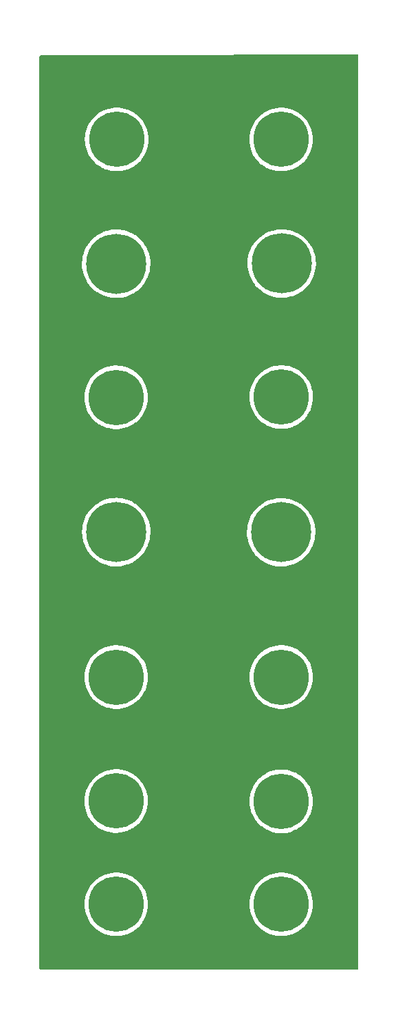
<source format=gbr>
%TF.GenerationSoftware,KiCad,Pcbnew,(6.0.7)*%
%TF.CreationDate,2022-08-19T18:02:00+02:00*%
%TF.ProjectId,faceplate,66616365-706c-4617-9465-2e6b69636164,rev?*%
%TF.SameCoordinates,Original*%
%TF.FileFunction,Copper,L1,Top*%
%TF.FilePolarity,Positive*%
%FSLAX46Y46*%
G04 Gerber Fmt 4.6, Leading zero omitted, Abs format (unit mm)*
G04 Created by KiCad (PCBNEW (6.0.7)) date 2022-08-19 18:02:00*
%MOMM*%
%LPD*%
G01*
G04 APERTURE LIST*
%TA.AperFunction,ConnectorPad*%
%ADD10C,6.400000*%
%TD*%
%TA.AperFunction,ComponentPad*%
%ADD11C,6.800000*%
%TD*%
%TA.AperFunction,ComponentPad*%
%ADD12C,7.200000*%
%TD*%
%TA.AperFunction,ConnectorPad*%
%ADD13C,7.400000*%
%TD*%
G04 APERTURE END LIST*
D10*
%TO.P,REF\u002A\u002A,1*%
%TO.N,N/C*%
X116580000Y-137050000D03*
D11*
X116580000Y-137050000D03*
%TD*%
D10*
%TO.P,REF\u002A\u002A,1*%
%TO.N,N/C*%
X136910000Y-149740000D03*
D11*
X136910000Y-149740000D03*
%TD*%
D10*
%TO.P,REF\u002A\u002A,1*%
%TO.N,N/C*%
X116590000Y-149740000D03*
D11*
X116590000Y-149740000D03*
%TD*%
D10*
%TO.P,REF\u002A\u002A,1*%
%TO.N,N/C*%
X136920000Y-137090000D03*
D11*
X136920000Y-137090000D03*
%TD*%
D10*
%TO.P,REF\u002A\u002A,1*%
%TO.N,N/C*%
X136910000Y-121820000D03*
D11*
X136910000Y-121820000D03*
%TD*%
D10*
%TO.P,REF\u002A\u002A,1*%
%TO.N,N/C*%
X116600000Y-121830000D03*
D11*
X116600000Y-121830000D03*
%TD*%
D12*
%TO.P,GND,1*%
%TO.N,N/C*%
X136900000Y-104030000D03*
D13*
X136900000Y-104030000D03*
%TD*%
D12*
%TO.P,GND,1*%
%TO.N,N/C*%
X116590000Y-104010000D03*
D13*
X116590000Y-104010000D03*
%TD*%
D10*
%TO.P,REF\u002A\u002A,1*%
%TO.N,N/C*%
X116580000Y-87450000D03*
D11*
X116580000Y-87450000D03*
%TD*%
D10*
%TO.P,REF\u002A\u002A,1*%
%TO.N,N/C*%
X136920000Y-87420000D03*
D11*
X136920000Y-87420000D03*
%TD*%
D10*
%TO.P,REF\u002A\u002A,1*%
%TO.N,N/C*%
X136900000Y-55760000D03*
D11*
X136900000Y-55760000D03*
%TD*%
D10*
%TO.P,REF\u002A\u002A,1*%
%TO.N,N/C*%
X116640000Y-55760000D03*
D11*
X116640000Y-55760000D03*
%TD*%
D12*
%TO.P,GND,1*%
%TO.N,N/C*%
X116580000Y-71030000D03*
D13*
X116580000Y-71030000D03*
%TD*%
D12*
%TO.P,GND,1*%
%TO.N,N/C*%
X136980000Y-71010000D03*
D13*
X136980000Y-71010000D03*
%TD*%
%TA.AperFunction,NonConductor*%
G36*
X146365229Y-45351569D02*
G01*
X146411868Y-45405098D01*
X146423397Y-45457752D01*
X146423397Y-157626004D01*
X146403395Y-157694125D01*
X146349739Y-157740618D01*
X146297296Y-157752004D01*
X107266454Y-157720498D01*
X107198351Y-157700441D01*
X107151901Y-157646748D01*
X107140557Y-157594498D01*
X107140557Y-149726339D01*
X112676501Y-149726339D01*
X112676651Y-149729520D01*
X112678514Y-149769014D01*
X112695155Y-150121893D01*
X112753686Y-150513537D01*
X112851496Y-150897260D01*
X112987583Y-151269135D01*
X113160554Y-151625354D01*
X113368637Y-151962270D01*
X113609702Y-152276432D01*
X113611884Y-152278748D01*
X113611893Y-152278758D01*
X113879091Y-152562300D01*
X113881282Y-152564625D01*
X113883687Y-152566709D01*
X113883693Y-152566714D01*
X114178188Y-152821813D01*
X114180595Y-152823898D01*
X114504576Y-153051596D01*
X114849910Y-153245389D01*
X114852824Y-153246656D01*
X114852828Y-153246658D01*
X114887839Y-153261881D01*
X115213060Y-153403291D01*
X115392788Y-153460650D01*
X115587263Y-153522715D01*
X115587271Y-153522717D01*
X115590307Y-153523686D01*
X115641965Y-153534572D01*
X115974671Y-153604684D01*
X115974676Y-153604685D01*
X115977790Y-153605341D01*
X116371541Y-153647421D01*
X116374728Y-153647438D01*
X116374734Y-153647438D01*
X116554648Y-153648380D01*
X116767529Y-153649494D01*
X116873621Y-153639279D01*
X117158515Y-153611847D01*
X117158523Y-153611846D01*
X117161699Y-153611540D01*
X117550016Y-153533947D01*
X117841054Y-153444412D01*
X117925462Y-153418445D01*
X117925465Y-153418444D01*
X117928504Y-153417509D01*
X117931432Y-153416272D01*
X117931438Y-153416270D01*
X118095773Y-153346851D01*
X118293287Y-153263418D01*
X118296090Y-153261884D01*
X118296095Y-153261881D01*
X118445623Y-153180017D01*
X118640631Y-153073253D01*
X118966979Y-152848960D01*
X119268991Y-152592835D01*
X119271196Y-152590543D01*
X119271202Y-152590538D01*
X119383187Y-152474168D01*
X119543573Y-152307502D01*
X119787915Y-151995881D01*
X119810885Y-151959547D01*
X119997806Y-151663866D01*
X119999515Y-151661163D01*
X120176207Y-151306775D01*
X120316180Y-150936346D01*
X120327402Y-150894173D01*
X120417182Y-150556752D01*
X120418003Y-150553667D01*
X120480633Y-150162658D01*
X120482802Y-150125052D01*
X120503330Y-149769014D01*
X120503428Y-149767321D01*
X120503523Y-149740000D01*
X120502831Y-149726339D01*
X132996501Y-149726339D01*
X132996651Y-149729520D01*
X132998514Y-149769014D01*
X133015155Y-150121893D01*
X133073686Y-150513537D01*
X133171496Y-150897260D01*
X133307583Y-151269135D01*
X133480554Y-151625354D01*
X133688637Y-151962270D01*
X133929702Y-152276432D01*
X133931884Y-152278748D01*
X133931893Y-152278758D01*
X134199091Y-152562300D01*
X134201282Y-152564625D01*
X134203687Y-152566709D01*
X134203693Y-152566714D01*
X134498188Y-152821813D01*
X134500595Y-152823898D01*
X134824576Y-153051596D01*
X135169910Y-153245389D01*
X135172824Y-153246656D01*
X135172828Y-153246658D01*
X135207839Y-153261881D01*
X135533060Y-153403291D01*
X135712788Y-153460650D01*
X135907263Y-153522715D01*
X135907271Y-153522717D01*
X135910307Y-153523686D01*
X135961965Y-153534572D01*
X136294671Y-153604684D01*
X136294676Y-153604685D01*
X136297790Y-153605341D01*
X136691541Y-153647421D01*
X136694728Y-153647438D01*
X136694734Y-153647438D01*
X136874648Y-153648380D01*
X137087529Y-153649494D01*
X137193621Y-153639279D01*
X137478515Y-153611847D01*
X137478523Y-153611846D01*
X137481699Y-153611540D01*
X137870016Y-153533947D01*
X138161054Y-153444412D01*
X138245462Y-153418445D01*
X138245465Y-153418444D01*
X138248504Y-153417509D01*
X138251432Y-153416272D01*
X138251438Y-153416270D01*
X138415773Y-153346851D01*
X138613287Y-153263418D01*
X138616090Y-153261884D01*
X138616095Y-153261881D01*
X138765623Y-153180017D01*
X138960631Y-153073253D01*
X139286979Y-152848960D01*
X139588991Y-152592835D01*
X139591196Y-152590543D01*
X139591202Y-152590538D01*
X139703187Y-152474168D01*
X139863573Y-152307502D01*
X140107915Y-151995881D01*
X140130885Y-151959547D01*
X140317806Y-151663866D01*
X140319515Y-151661163D01*
X140496207Y-151306775D01*
X140636180Y-150936346D01*
X140647402Y-150894173D01*
X140737182Y-150556752D01*
X140738003Y-150553667D01*
X140800633Y-150162658D01*
X140802802Y-150125052D01*
X140823330Y-149769014D01*
X140823428Y-149767321D01*
X140823523Y-149740000D01*
X140803489Y-149344514D01*
X140743590Y-148953077D01*
X140644441Y-148569697D01*
X140640758Y-148559741D01*
X140508166Y-148201296D01*
X140508163Y-148201290D01*
X140507057Y-148198299D01*
X140332844Y-147842686D01*
X140327196Y-147833611D01*
X140125272Y-147509208D01*
X140123586Y-147506499D01*
X139881426Y-147193180D01*
X139608842Y-146905937D01*
X139308626Y-146647710D01*
X138983851Y-146421144D01*
X138637843Y-146228559D01*
X138634923Y-146227301D01*
X138634918Y-146227299D01*
X138277078Y-146073188D01*
X138277075Y-146073187D01*
X138274145Y-146071925D01*
X137896479Y-145952848D01*
X137621004Y-145895799D01*
X137511839Y-145873192D01*
X137511836Y-145873192D01*
X137508714Y-145872545D01*
X137204783Y-145841137D01*
X137117974Y-145832166D01*
X137117971Y-145832166D01*
X137114818Y-145831840D01*
X137111652Y-145831834D01*
X137111643Y-145831834D01*
X136916080Y-145831493D01*
X136718825Y-145831149D01*
X136324790Y-145870479D01*
X136321655Y-145871117D01*
X136321654Y-145871117D01*
X136314635Y-145872545D01*
X135936746Y-145949428D01*
X135558668Y-146067186D01*
X135194424Y-146222549D01*
X134847746Y-146413925D01*
X134522183Y-146639356D01*
X134221067Y-146896533D01*
X133947482Y-147182823D01*
X133704230Y-147495295D01*
X133702534Y-147497999D01*
X133702531Y-147498003D01*
X133695502Y-147509208D01*
X133493799Y-147830750D01*
X133318346Y-148185753D01*
X133179666Y-148556668D01*
X133079180Y-148939700D01*
X133078687Y-148942849D01*
X133078685Y-148942858D01*
X133077085Y-148953077D01*
X133017916Y-149330925D01*
X132996501Y-149726339D01*
X120502831Y-149726339D01*
X120483489Y-149344514D01*
X120423590Y-148953077D01*
X120324441Y-148569697D01*
X120320758Y-148559741D01*
X120188166Y-148201296D01*
X120188163Y-148201290D01*
X120187057Y-148198299D01*
X120012844Y-147842686D01*
X120007196Y-147833611D01*
X119805272Y-147509208D01*
X119803586Y-147506499D01*
X119561426Y-147193180D01*
X119288842Y-146905937D01*
X118988626Y-146647710D01*
X118663851Y-146421144D01*
X118317843Y-146228559D01*
X118314923Y-146227301D01*
X118314918Y-146227299D01*
X117957078Y-146073188D01*
X117957075Y-146073187D01*
X117954145Y-146071925D01*
X117576479Y-145952848D01*
X117301004Y-145895799D01*
X117191839Y-145873192D01*
X117191836Y-145873192D01*
X117188714Y-145872545D01*
X116884783Y-145841137D01*
X116797974Y-145832166D01*
X116797971Y-145832166D01*
X116794818Y-145831840D01*
X116791652Y-145831834D01*
X116791643Y-145831834D01*
X116596080Y-145831493D01*
X116398825Y-145831149D01*
X116004790Y-145870479D01*
X116001655Y-145871117D01*
X116001654Y-145871117D01*
X115994635Y-145872545D01*
X115616746Y-145949428D01*
X115238668Y-146067186D01*
X114874424Y-146222549D01*
X114527746Y-146413925D01*
X114202183Y-146639356D01*
X113901067Y-146896533D01*
X113627482Y-147182823D01*
X113384230Y-147495295D01*
X113382534Y-147497999D01*
X113382531Y-147498003D01*
X113375502Y-147509208D01*
X113173799Y-147830750D01*
X112998346Y-148185753D01*
X112859666Y-148556668D01*
X112759180Y-148939700D01*
X112758687Y-148942849D01*
X112758685Y-148942858D01*
X112757085Y-148953077D01*
X112697916Y-149330925D01*
X112676501Y-149726339D01*
X107140557Y-149726339D01*
X107140557Y-137036339D01*
X112666501Y-137036339D01*
X112666651Y-137039520D01*
X112668514Y-137079014D01*
X112685155Y-137431893D01*
X112743686Y-137823537D01*
X112841496Y-138207260D01*
X112977583Y-138579135D01*
X113150554Y-138935354D01*
X113358637Y-139272270D01*
X113599702Y-139586432D01*
X113601884Y-139588748D01*
X113601893Y-139588758D01*
X113668845Y-139659805D01*
X113871282Y-139874625D01*
X113873687Y-139876709D01*
X113873693Y-139876714D01*
X113952405Y-139944896D01*
X114170595Y-140133898D01*
X114494576Y-140361596D01*
X114839910Y-140555389D01*
X114842824Y-140556656D01*
X114842828Y-140556658D01*
X114877839Y-140571881D01*
X115203060Y-140713291D01*
X115331442Y-140754263D01*
X115577263Y-140832715D01*
X115577271Y-140832717D01*
X115580307Y-140833686D01*
X115631965Y-140844572D01*
X115964671Y-140914684D01*
X115964676Y-140914685D01*
X115967790Y-140915341D01*
X116361541Y-140957421D01*
X116364728Y-140957438D01*
X116364734Y-140957438D01*
X116544648Y-140958380D01*
X116757529Y-140959494D01*
X116863621Y-140949279D01*
X117148515Y-140921847D01*
X117148523Y-140921846D01*
X117151699Y-140921540D01*
X117540016Y-140843947D01*
X117838836Y-140752018D01*
X117915462Y-140728445D01*
X117915465Y-140728444D01*
X117918504Y-140727509D01*
X117921432Y-140726272D01*
X117921438Y-140726270D01*
X118188594Y-140613418D01*
X118283287Y-140573418D01*
X118286090Y-140571884D01*
X118286095Y-140571881D01*
X118560879Y-140421441D01*
X118630631Y-140383253D01*
X118956979Y-140158960D01*
X118988990Y-140131813D01*
X119256561Y-139904896D01*
X119256563Y-139904894D01*
X119258991Y-139902835D01*
X119261196Y-139900543D01*
X119261202Y-139900538D01*
X119373187Y-139784168D01*
X119533573Y-139617502D01*
X119777915Y-139305881D01*
X119800885Y-139269547D01*
X119985147Y-138978072D01*
X119989515Y-138971163D01*
X120166207Y-138616775D01*
X120292228Y-138283269D01*
X120305056Y-138249321D01*
X120305057Y-138249318D01*
X120306180Y-138246346D01*
X120317402Y-138204173D01*
X120407182Y-137866752D01*
X120408003Y-137863667D01*
X120408529Y-137860389D01*
X120470128Y-137475809D01*
X120470633Y-137472658D01*
X120472802Y-137435052D01*
X120491024Y-137119014D01*
X120493428Y-137077321D01*
X120493432Y-137076339D01*
X133006501Y-137076339D01*
X133006651Y-137079520D01*
X133023418Y-137435052D01*
X133025155Y-137471893D01*
X133083686Y-137863537D01*
X133084472Y-137866619D01*
X133084472Y-137866621D01*
X133172063Y-138210251D01*
X133181496Y-138247260D01*
X133278051Y-138511109D01*
X133315630Y-138613797D01*
X133317583Y-138619135D01*
X133490554Y-138975354D01*
X133610161Y-139169015D01*
X133696238Y-139308385D01*
X133698637Y-139312270D01*
X133700581Y-139314803D01*
X133932850Y-139617502D01*
X133939702Y-139626432D01*
X133941884Y-139628748D01*
X133941893Y-139628758D01*
X134171397Y-139872300D01*
X134211282Y-139914625D01*
X134213687Y-139916709D01*
X134213693Y-139916714D01*
X134462011Y-140131813D01*
X134510595Y-140173898D01*
X134834576Y-140401596D01*
X134875909Y-140424791D01*
X135105857Y-140553832D01*
X135179910Y-140595389D01*
X135182824Y-140596656D01*
X135182828Y-140596658D01*
X135217839Y-140611881D01*
X135543060Y-140753291D01*
X135722788Y-140810650D01*
X135917263Y-140872715D01*
X135917271Y-140872717D01*
X135920307Y-140873686D01*
X135971965Y-140884572D01*
X136304671Y-140954684D01*
X136304676Y-140954685D01*
X136307790Y-140955341D01*
X136701541Y-140997421D01*
X136704728Y-140997438D01*
X136704734Y-140997438D01*
X136884648Y-140998380D01*
X137097529Y-140999494D01*
X137203621Y-140989279D01*
X137488515Y-140961847D01*
X137488523Y-140961846D01*
X137491699Y-140961540D01*
X137880016Y-140883947D01*
X138171054Y-140794412D01*
X138255462Y-140768445D01*
X138255465Y-140768444D01*
X138258504Y-140767509D01*
X138261432Y-140766272D01*
X138261438Y-140766270D01*
X138425773Y-140696851D01*
X138623287Y-140613418D01*
X138626090Y-140611884D01*
X138626095Y-140611881D01*
X138775623Y-140530017D01*
X138970631Y-140423253D01*
X139296979Y-140198960D01*
X139371540Y-140135728D01*
X139596561Y-139944896D01*
X139596563Y-139944894D01*
X139598991Y-139942835D01*
X139601196Y-139940543D01*
X139601202Y-139940538D01*
X139713187Y-139824168D01*
X139873573Y-139657502D01*
X140117915Y-139345881D01*
X140140885Y-139309547D01*
X140327806Y-139013866D01*
X140329515Y-139011163D01*
X140506207Y-138656775D01*
X140646180Y-138286346D01*
X140657402Y-138244173D01*
X140747182Y-137906752D01*
X140748003Y-137903667D01*
X140810633Y-137512658D01*
X140812802Y-137475052D01*
X140833330Y-137119014D01*
X140833428Y-137117321D01*
X140833523Y-137090000D01*
X140832967Y-137079014D01*
X140813650Y-136697687D01*
X140813649Y-136697682D01*
X140813489Y-136694514D01*
X140753590Y-136303077D01*
X140654441Y-135919697D01*
X140650758Y-135909741D01*
X140518166Y-135551296D01*
X140518163Y-135551290D01*
X140517057Y-135548299D01*
X140342844Y-135192686D01*
X140337196Y-135183611D01*
X140135272Y-134859208D01*
X140133586Y-134856499D01*
X139891426Y-134543180D01*
X139879408Y-134530516D01*
X139621041Y-134258254D01*
X139621038Y-134258252D01*
X139618842Y-134255937D01*
X139569914Y-134213852D01*
X139321041Y-133999787D01*
X139321038Y-133999785D01*
X139318626Y-133997710D01*
X138993851Y-133771144D01*
X138647843Y-133578559D01*
X138644923Y-133577301D01*
X138644918Y-133577299D01*
X138287078Y-133423188D01*
X138287075Y-133423187D01*
X138284145Y-133421925D01*
X137906479Y-133302848D01*
X137631004Y-133245799D01*
X137521839Y-133223192D01*
X137521836Y-133223192D01*
X137518714Y-133222545D01*
X137214783Y-133191137D01*
X137127974Y-133182166D01*
X137127971Y-133182166D01*
X137124818Y-133181840D01*
X137121652Y-133181834D01*
X137121643Y-133181834D01*
X136926080Y-133181493D01*
X136728825Y-133181149D01*
X136334790Y-133220479D01*
X136331655Y-133221117D01*
X136331654Y-133221117D01*
X136324635Y-133222545D01*
X135946746Y-133299428D01*
X135568668Y-133417186D01*
X135204424Y-133572549D01*
X134857746Y-133763925D01*
X134532183Y-133989356D01*
X134283577Y-134201685D01*
X134264178Y-134218254D01*
X134231067Y-134246533D01*
X133957482Y-134532823D01*
X133955525Y-134535336D01*
X133955524Y-134535338D01*
X133738612Y-134813975D01*
X133714230Y-134845295D01*
X133712534Y-134847999D01*
X133712531Y-134848003D01*
X133705502Y-134859208D01*
X133503799Y-135180750D01*
X133328346Y-135535753D01*
X133189666Y-135906668D01*
X133089180Y-136289700D01*
X133088687Y-136292849D01*
X133088685Y-136292858D01*
X133087085Y-136303077D01*
X133027916Y-136680925D01*
X133006501Y-137076339D01*
X120493432Y-137076339D01*
X120493443Y-137073164D01*
X120493517Y-137051697D01*
X120493523Y-137050000D01*
X120475516Y-136694514D01*
X120473650Y-136657687D01*
X120473649Y-136657682D01*
X120473489Y-136654514D01*
X120443898Y-136461138D01*
X120414074Y-136266237D01*
X120414072Y-136266228D01*
X120413590Y-136263077D01*
X120391324Y-136176979D01*
X120315238Y-135882777D01*
X120315235Y-135882769D01*
X120314441Y-135879697D01*
X120310758Y-135869741D01*
X120178166Y-135511296D01*
X120178163Y-135511290D01*
X120177057Y-135508299D01*
X120002844Y-135152686D01*
X119997196Y-135143611D01*
X119816913Y-134853975D01*
X119793586Y-134816499D01*
X119584293Y-134545705D01*
X119553378Y-134505705D01*
X119553373Y-134505700D01*
X119551426Y-134503180D01*
X119539408Y-134490516D01*
X119281041Y-134218254D01*
X119281038Y-134218252D01*
X119278842Y-134215937D01*
X118978626Y-133957710D01*
X118653851Y-133731144D01*
X118307843Y-133538559D01*
X118304923Y-133537301D01*
X118304918Y-133537299D01*
X117947078Y-133383188D01*
X117947075Y-133383187D01*
X117944145Y-133381925D01*
X117566479Y-133262848D01*
X117291004Y-133205799D01*
X117181839Y-133183192D01*
X117181836Y-133183192D01*
X117178714Y-133182545D01*
X116874783Y-133151137D01*
X116787974Y-133142166D01*
X116787971Y-133142166D01*
X116784818Y-133141840D01*
X116781652Y-133141834D01*
X116781643Y-133141834D01*
X116586080Y-133141493D01*
X116388825Y-133141149D01*
X115994790Y-133180479D01*
X115991655Y-133181117D01*
X115991654Y-133181117D01*
X115984635Y-133182545D01*
X115606746Y-133259428D01*
X115228668Y-133377186D01*
X114864424Y-133532549D01*
X114517746Y-133723925D01*
X114192183Y-133949356D01*
X113891067Y-134206533D01*
X113617482Y-134492823D01*
X113615525Y-134495336D01*
X113615524Y-134495338D01*
X113576315Y-134545705D01*
X113374230Y-134805295D01*
X113372534Y-134807999D01*
X113372531Y-134808003D01*
X113365502Y-134819208D01*
X113163799Y-135140750D01*
X112988346Y-135495753D01*
X112987232Y-135498734D01*
X112987231Y-135498735D01*
X112972276Y-135538735D01*
X112849666Y-135866668D01*
X112749180Y-136249700D01*
X112748687Y-136252849D01*
X112748685Y-136252858D01*
X112701747Y-136552605D01*
X112687916Y-136640925D01*
X112687745Y-136644091D01*
X112687744Y-136644096D01*
X112684842Y-136697687D01*
X112666501Y-137036339D01*
X107140557Y-137036339D01*
X107140557Y-121816339D01*
X112686501Y-121816339D01*
X112686651Y-121819520D01*
X112704533Y-122198701D01*
X112705155Y-122211893D01*
X112763686Y-122603537D01*
X112861496Y-122987260D01*
X112958051Y-123251109D01*
X112993924Y-123349135D01*
X112997583Y-123359135D01*
X113170554Y-123715354D01*
X113378637Y-124052270D01*
X113398676Y-124078385D01*
X113613814Y-124358758D01*
X113619702Y-124366432D01*
X113621884Y-124368748D01*
X113621893Y-124368758D01*
X113879667Y-124642300D01*
X113891282Y-124654625D01*
X113893687Y-124656709D01*
X113893693Y-124656714D01*
X114176644Y-124901813D01*
X114190595Y-124913898D01*
X114514576Y-125141596D01*
X114555909Y-125164791D01*
X114844352Y-125326658D01*
X114859910Y-125335389D01*
X114862824Y-125336656D01*
X114862828Y-125336658D01*
X114878375Y-125343418D01*
X115223060Y-125493291D01*
X115402788Y-125550650D01*
X115597263Y-125612715D01*
X115597271Y-125612717D01*
X115600307Y-125613686D01*
X115651965Y-125624572D01*
X115984671Y-125694684D01*
X115984676Y-125694685D01*
X115987790Y-125695341D01*
X116381541Y-125737421D01*
X116384728Y-125737438D01*
X116384734Y-125737438D01*
X116564648Y-125738380D01*
X116777529Y-125739494D01*
X116902913Y-125727421D01*
X117168515Y-125701847D01*
X117168523Y-125701846D01*
X117171699Y-125701540D01*
X117560016Y-125623947D01*
X117851054Y-125534412D01*
X117935462Y-125508445D01*
X117935465Y-125508444D01*
X117938504Y-125507509D01*
X117941432Y-125506272D01*
X117941438Y-125506270D01*
X118105773Y-125436851D01*
X118303287Y-125353418D01*
X118306090Y-125351884D01*
X118306095Y-125351881D01*
X118455623Y-125270017D01*
X118650631Y-125163253D01*
X118976979Y-124938960D01*
X118988771Y-124928960D01*
X119276561Y-124684896D01*
X119276563Y-124684894D01*
X119278991Y-124682835D01*
X119281196Y-124680543D01*
X119281202Y-124680538D01*
X119393187Y-124564168D01*
X119553573Y-124397502D01*
X119797915Y-124085881D01*
X119805941Y-124073186D01*
X120007806Y-123753866D01*
X120009515Y-123751163D01*
X120186207Y-123396775D01*
X120326180Y-123026346D01*
X120337402Y-122984173D01*
X120427182Y-122646752D01*
X120428003Y-122643667D01*
X120430110Y-122630517D01*
X120490128Y-122255809D01*
X120490633Y-122252658D01*
X120491394Y-122239472D01*
X120513330Y-121859014D01*
X120513428Y-121857321D01*
X120513523Y-121830000D01*
X120513103Y-121821697D01*
X120512325Y-121806339D01*
X132996501Y-121806339D01*
X132996651Y-121809520D01*
X132998514Y-121849014D01*
X133015155Y-122201893D01*
X133073686Y-122593537D01*
X133074472Y-122596619D01*
X133074472Y-122596621D01*
X133075433Y-122600389D01*
X133171496Y-122977260D01*
X133307583Y-123349135D01*
X133480554Y-123705354D01*
X133688637Y-124042270D01*
X133929702Y-124356432D01*
X133931884Y-124358748D01*
X133931893Y-124358758D01*
X134199091Y-124642300D01*
X134201282Y-124644625D01*
X134203687Y-124646709D01*
X134203693Y-124646714D01*
X134247772Y-124684896D01*
X134500595Y-124903898D01*
X134824576Y-125131596D01*
X135169910Y-125325389D01*
X135172824Y-125326656D01*
X135172828Y-125326658D01*
X135192908Y-125335389D01*
X135533060Y-125483291D01*
X135712788Y-125540650D01*
X135907263Y-125602715D01*
X135907271Y-125602717D01*
X135910307Y-125603686D01*
X136006453Y-125623947D01*
X136294671Y-125684684D01*
X136294676Y-125684685D01*
X136297790Y-125685341D01*
X136691541Y-125727421D01*
X136694728Y-125727438D01*
X136694734Y-125727438D01*
X136874648Y-125728380D01*
X137087529Y-125729494D01*
X137193621Y-125719279D01*
X137478515Y-125691847D01*
X137478523Y-125691846D01*
X137481699Y-125691540D01*
X137870016Y-125613947D01*
X138212956Y-125508445D01*
X138245462Y-125498445D01*
X138245465Y-125498444D01*
X138248504Y-125497509D01*
X138251432Y-125496272D01*
X138251438Y-125496270D01*
X138415773Y-125426851D01*
X138613287Y-125343418D01*
X138616090Y-125341884D01*
X138616095Y-125341881D01*
X138939556Y-125164791D01*
X138960631Y-125153253D01*
X139286979Y-124928960D01*
X139302582Y-124915728D01*
X139586561Y-124674896D01*
X139586563Y-124674894D01*
X139588991Y-124672835D01*
X139591196Y-124670543D01*
X139591202Y-124670538D01*
X139703187Y-124554168D01*
X139863573Y-124387502D01*
X140107915Y-124075881D01*
X140122842Y-124052270D01*
X140317806Y-123743866D01*
X140319515Y-123741163D01*
X140496207Y-123386775D01*
X140636180Y-123016346D01*
X140643124Y-122990251D01*
X140737182Y-122636752D01*
X140738003Y-122633667D01*
X140742336Y-122606621D01*
X140776031Y-122396254D01*
X140800633Y-122242658D01*
X140802802Y-122205052D01*
X140810649Y-122068955D01*
X140823428Y-121847321D01*
X140823523Y-121820000D01*
X140804157Y-121437687D01*
X140803650Y-121427687D01*
X140803649Y-121427682D01*
X140803489Y-121424514D01*
X140745604Y-121046237D01*
X140744074Y-121036237D01*
X140744072Y-121036228D01*
X140743590Y-121033077D01*
X140647824Y-120662777D01*
X140645238Y-120652777D01*
X140645235Y-120652769D01*
X140644441Y-120649697D01*
X140643321Y-120646668D01*
X140508166Y-120281296D01*
X140508163Y-120281290D01*
X140507057Y-120278299D01*
X140337743Y-119932686D01*
X140334255Y-119925566D01*
X140334254Y-119925564D01*
X140332844Y-119922686D01*
X140329956Y-119918045D01*
X140209319Y-119724235D01*
X140123586Y-119586499D01*
X140041353Y-119480102D01*
X139883378Y-119275705D01*
X139883373Y-119275700D01*
X139881426Y-119273180D01*
X139869408Y-119260516D01*
X139611041Y-118988254D01*
X139611038Y-118988252D01*
X139608842Y-118985937D01*
X139318133Y-118735887D01*
X139311041Y-118729787D01*
X139311038Y-118729785D01*
X139308626Y-118727710D01*
X138983851Y-118501144D01*
X138653546Y-118317299D01*
X138640628Y-118310109D01*
X138640626Y-118310108D01*
X138637843Y-118308559D01*
X138634923Y-118307301D01*
X138634918Y-118307299D01*
X138277078Y-118153188D01*
X138277075Y-118153187D01*
X138274145Y-118151925D01*
X137896479Y-118032848D01*
X137555423Y-117962218D01*
X137511839Y-117953192D01*
X137511836Y-117953192D01*
X137508714Y-117952545D01*
X137204783Y-117921137D01*
X137117974Y-117912166D01*
X137117971Y-117912166D01*
X137114818Y-117911840D01*
X137111652Y-117911834D01*
X137111643Y-117911834D01*
X136916080Y-117911493D01*
X136718825Y-117911149D01*
X136324790Y-117950479D01*
X136321655Y-117951117D01*
X136321654Y-117951117D01*
X136314635Y-117952545D01*
X135936746Y-118029428D01*
X135558668Y-118147186D01*
X135194424Y-118302549D01*
X134847746Y-118493925D01*
X134522183Y-118719356D01*
X134221067Y-118976533D01*
X134218867Y-118978835D01*
X134218864Y-118978838D01*
X134202524Y-118995937D01*
X133947482Y-119262823D01*
X133945525Y-119265336D01*
X133945524Y-119265338D01*
X133931635Y-119283180D01*
X133704230Y-119575295D01*
X133702534Y-119577999D01*
X133702531Y-119578003D01*
X133689229Y-119599208D01*
X133493799Y-119910750D01*
X133318346Y-120265753D01*
X133179666Y-120636668D01*
X133079180Y-121019700D01*
X133078687Y-121022849D01*
X133078685Y-121022858D01*
X133077085Y-121033077D01*
X133017916Y-121410925D01*
X133017745Y-121414091D01*
X133017744Y-121414096D01*
X132999861Y-121744300D01*
X132996501Y-121806339D01*
X120512325Y-121806339D01*
X120493650Y-121437687D01*
X120493649Y-121437682D01*
X120493489Y-121434514D01*
X120433590Y-121043077D01*
X120334441Y-120659697D01*
X120333336Y-120656709D01*
X120198166Y-120291296D01*
X120198163Y-120291290D01*
X120197057Y-120288299D01*
X120022844Y-119932686D01*
X120017196Y-119923611D01*
X119815272Y-119599208D01*
X119813586Y-119596499D01*
X119571426Y-119283180D01*
X119298842Y-118995937D01*
X118998626Y-118737710D01*
X118673851Y-118511144D01*
X118327843Y-118318559D01*
X118324923Y-118317301D01*
X118324918Y-118317299D01*
X117967078Y-118163188D01*
X117967075Y-118163187D01*
X117964145Y-118161925D01*
X117586479Y-118042848D01*
X117311004Y-117985799D01*
X117201839Y-117963192D01*
X117201836Y-117963192D01*
X117198714Y-117962545D01*
X116894783Y-117931137D01*
X116807974Y-117922166D01*
X116807971Y-117922166D01*
X116804818Y-117921840D01*
X116801652Y-117921834D01*
X116801643Y-117921834D01*
X116606080Y-117921493D01*
X116408825Y-117921149D01*
X116014790Y-117960479D01*
X116011655Y-117961117D01*
X116011654Y-117961117D01*
X115654359Y-118033810D01*
X115626746Y-118039428D01*
X115248668Y-118157186D01*
X114884424Y-118312549D01*
X114537746Y-118503925D01*
X114212183Y-118729356D01*
X113963577Y-118941685D01*
X113922776Y-118976533D01*
X113911067Y-118986533D01*
X113637482Y-119272823D01*
X113635525Y-119275336D01*
X113635524Y-119275338D01*
X113399907Y-119578003D01*
X113394230Y-119585295D01*
X113392534Y-119587999D01*
X113392531Y-119588003D01*
X113385502Y-119599208D01*
X113183799Y-119920750D01*
X113008346Y-120275753D01*
X113007232Y-120278734D01*
X113007231Y-120278735D01*
X113004730Y-120285424D01*
X112869666Y-120646668D01*
X112769180Y-121029700D01*
X112768687Y-121032849D01*
X112768685Y-121032858D01*
X112767085Y-121043077D01*
X112707916Y-121420925D01*
X112707745Y-121424091D01*
X112707744Y-121424096D01*
X112707550Y-121427687D01*
X112686501Y-121816339D01*
X107140557Y-121816339D01*
X107140557Y-103951169D01*
X112376836Y-103951169D01*
X112377642Y-103974258D01*
X112383766Y-104149603D01*
X112391203Y-104362583D01*
X112391609Y-104365627D01*
X112391610Y-104365637D01*
X112394279Y-104385637D01*
X112445648Y-104770631D01*
X112446348Y-104773615D01*
X112446349Y-104773621D01*
X112491583Y-104966477D01*
X112539652Y-105171419D01*
X112672317Y-105561120D01*
X112842377Y-105936016D01*
X113048210Y-106292528D01*
X113049999Y-106295026D01*
X113050001Y-106295030D01*
X113169029Y-106461286D01*
X113287849Y-106627253D01*
X113289876Y-106629568D01*
X113289878Y-106629571D01*
X113307387Y-106649571D01*
X113559008Y-106936995D01*
X113859098Y-107218799D01*
X114185256Y-107469974D01*
X114187859Y-107471601D01*
X114187864Y-107471604D01*
X114219871Y-107491604D01*
X114534367Y-107688123D01*
X114903099Y-107871163D01*
X115287934Y-108017348D01*
X115685197Y-108125282D01*
X115688240Y-108125797D01*
X115688246Y-108125798D01*
X116088055Y-108193421D01*
X116088062Y-108193422D01*
X116091096Y-108193935D01*
X116094167Y-108194150D01*
X116094169Y-108194150D01*
X116498692Y-108222437D01*
X116498700Y-108222437D01*
X116501758Y-108222651D01*
X116765974Y-108215271D01*
X116910187Y-108211243D01*
X116910190Y-108211243D01*
X116913261Y-108211157D01*
X116916314Y-108210771D01*
X116916318Y-108210771D01*
X117064984Y-108191990D01*
X117321680Y-108159561D01*
X117324684Y-108158879D01*
X117324687Y-108158878D01*
X117720118Y-108069039D01*
X117720124Y-108069037D01*
X117723114Y-108068358D01*
X117879756Y-108016250D01*
X118110808Y-107939389D01*
X118110814Y-107939387D01*
X118113732Y-107938416D01*
X118222939Y-107889794D01*
X118487006Y-107772224D01*
X118487012Y-107772221D01*
X118489806Y-107770977D01*
X118492475Y-107769461D01*
X118845073Y-107569158D01*
X118845081Y-107569153D01*
X118847746Y-107567639D01*
X119184136Y-107330342D01*
X119495764Y-107061352D01*
X119497885Y-107059125D01*
X119497891Y-107059119D01*
X119777538Y-106765460D01*
X119779655Y-106763237D01*
X119884087Y-106629571D01*
X120031191Y-106441286D01*
X120031193Y-106441283D01*
X120033101Y-106438841D01*
X120034757Y-106436231D01*
X120034763Y-106436223D01*
X120252029Y-106093866D01*
X120252031Y-106093863D01*
X120253682Y-106091261D01*
X120323421Y-105953202D01*
X120341710Y-105916995D01*
X120439292Y-105723815D01*
X120494640Y-105581120D01*
X120587045Y-105342887D01*
X120587048Y-105342877D01*
X120588160Y-105340011D01*
X120698865Y-104943511D01*
X120766291Y-104561119D01*
X120769818Y-104541119D01*
X120769818Y-104541116D01*
X120770350Y-104538101D01*
X120801932Y-104127650D01*
X120803575Y-104010000D01*
X120801676Y-103971169D01*
X132686836Y-103971169D01*
X132686944Y-103974258D01*
X132700505Y-104362583D01*
X132701203Y-104382583D01*
X132755648Y-104790631D01*
X132756348Y-104793615D01*
X132756349Y-104793621D01*
X132796892Y-104966477D01*
X132849652Y-105191419D01*
X132982317Y-105581120D01*
X133152377Y-105956016D01*
X133358210Y-106312528D01*
X133359999Y-106315026D01*
X133360001Y-106315030D01*
X133581738Y-106624749D01*
X133597849Y-106647253D01*
X133599876Y-106649568D01*
X133599878Y-106649571D01*
X133714771Y-106780812D01*
X133869008Y-106956995D01*
X134169098Y-107238799D01*
X134311313Y-107348319D01*
X134466851Y-107468099D01*
X134495256Y-107489974D01*
X134497859Y-107491601D01*
X134497864Y-107491604D01*
X134616707Y-107565865D01*
X134844367Y-107708123D01*
X135213099Y-107891163D01*
X135597934Y-108037348D01*
X135995197Y-108145282D01*
X135998240Y-108145797D01*
X135998246Y-108145798D01*
X136398055Y-108213421D01*
X136398062Y-108213422D01*
X136401096Y-108213935D01*
X136404167Y-108214150D01*
X136404169Y-108214150D01*
X136808692Y-108242437D01*
X136808700Y-108242437D01*
X136811758Y-108242651D01*
X137075974Y-108235271D01*
X137220187Y-108231243D01*
X137220190Y-108231243D01*
X137223261Y-108231157D01*
X137226314Y-108230771D01*
X137226318Y-108230771D01*
X137384631Y-108210771D01*
X137631680Y-108179561D01*
X137634684Y-108178879D01*
X137634687Y-108178878D01*
X138030118Y-108089039D01*
X138030124Y-108089037D01*
X138033114Y-108088358D01*
X138249878Y-108016250D01*
X138420808Y-107959389D01*
X138420814Y-107959387D01*
X138423732Y-107958416D01*
X138426542Y-107957165D01*
X138797006Y-107792224D01*
X138797012Y-107792221D01*
X138799806Y-107790977D01*
X138802475Y-107789461D01*
X139155073Y-107589158D01*
X139155081Y-107589153D01*
X139157746Y-107587639D01*
X139183945Y-107569158D01*
X139491604Y-107352128D01*
X139494136Y-107350342D01*
X139517307Y-107330342D01*
X139803426Y-107083370D01*
X139805764Y-107081352D01*
X139807885Y-107079125D01*
X139807891Y-107079119D01*
X140087538Y-106785460D01*
X140089655Y-106783237D01*
X140107176Y-106760812D01*
X140341191Y-106461286D01*
X140341193Y-106461283D01*
X140343101Y-106458841D01*
X140344757Y-106456231D01*
X140344763Y-106456223D01*
X140562029Y-106113866D01*
X140562031Y-106113863D01*
X140563682Y-106111261D01*
X140575175Y-106088510D01*
X140747906Y-105746558D01*
X140749292Y-105743815D01*
X140757050Y-105723815D01*
X140897045Y-105362887D01*
X140897048Y-105362877D01*
X140898160Y-105360011D01*
X141008865Y-104963511D01*
X141080350Y-104558101D01*
X141111932Y-104147650D01*
X141113575Y-104030000D01*
X141112694Y-104011974D01*
X141093615Y-103621900D01*
X141093465Y-103618827D01*
X141033328Y-103211579D01*
X141028342Y-103191579D01*
X140934486Y-102815145D01*
X140933738Y-102812143D01*
X140927686Y-102795145D01*
X140796676Y-102427230D01*
X140795644Y-102424331D01*
X140620366Y-102051846D01*
X140606867Y-102029200D01*
X140411156Y-101700894D01*
X140409576Y-101698243D01*
X140165287Y-101366897D01*
X140163231Y-101364614D01*
X140163224Y-101364605D01*
X139891899Y-101063268D01*
X139891891Y-101063260D01*
X139889830Y-101060971D01*
X139585834Y-100783385D01*
X139256201Y-100536788D01*
X139169419Y-100484231D01*
X138906706Y-100325126D01*
X138906697Y-100325121D01*
X138904078Y-100323535D01*
X138532826Y-100145660D01*
X138529937Y-100144608D01*
X138529931Y-100144606D01*
X138148887Y-100005918D01*
X138148884Y-100005917D01*
X138145988Y-100004863D01*
X137855250Y-99930214D01*
X137750241Y-99903252D01*
X137750238Y-99903251D01*
X137747257Y-99902486D01*
X137340439Y-99839507D01*
X136929416Y-99816528D01*
X136926337Y-99816657D01*
X136926334Y-99816657D01*
X136656857Y-99827951D01*
X136518113Y-99833766D01*
X136515069Y-99834194D01*
X136515067Y-99834194D01*
X136294518Y-99865190D01*
X136110455Y-99891059D01*
X135710333Y-99987859D01*
X135321567Y-100123241D01*
X135318769Y-100124534D01*
X134950664Y-100294622D01*
X134950654Y-100294627D01*
X134947867Y-100295915D01*
X134592801Y-100504231D01*
X134545448Y-100538635D01*
X134262239Y-100744398D01*
X134262233Y-100744403D01*
X134259758Y-100746201D01*
X133951916Y-101019516D01*
X133949837Y-101021761D01*
X133949830Y-101021768D01*
X133690734Y-101301566D01*
X133672214Y-101321566D01*
X133423322Y-101649469D01*
X133207616Y-102000095D01*
X133027154Y-102370096D01*
X132883660Y-102755942D01*
X132778502Y-103153948D01*
X132712684Y-103560317D01*
X132712491Y-103563390D01*
X132712490Y-103563396D01*
X132688288Y-103948082D01*
X132686836Y-103971169D01*
X120801676Y-103971169D01*
X120783465Y-103598827D01*
X120723328Y-103191579D01*
X120623738Y-102792143D01*
X120610848Y-102755942D01*
X120493798Y-102427230D01*
X120485644Y-102404331D01*
X120310366Y-102031846D01*
X120289875Y-101997471D01*
X120201876Y-101849853D01*
X120099576Y-101678243D01*
X119855287Y-101346897D01*
X119853231Y-101344614D01*
X119853224Y-101344605D01*
X119581899Y-101043268D01*
X119581891Y-101043260D01*
X119579830Y-101040971D01*
X119275834Y-100763385D01*
X118992548Y-100551460D01*
X118948670Y-100518635D01*
X118948669Y-100518635D01*
X118946201Y-100516788D01*
X118889870Y-100482673D01*
X118596706Y-100305126D01*
X118596697Y-100305121D01*
X118594078Y-100303535D01*
X118222826Y-100125660D01*
X118219937Y-100124608D01*
X118219931Y-100124606D01*
X117838887Y-99985918D01*
X117838884Y-99985917D01*
X117835988Y-99984863D01*
X117513321Y-99902016D01*
X117440241Y-99883252D01*
X117440238Y-99883251D01*
X117437257Y-99882486D01*
X117030439Y-99819507D01*
X116619416Y-99796528D01*
X116616337Y-99796657D01*
X116616334Y-99796657D01*
X116346857Y-99807951D01*
X116208113Y-99813766D01*
X116205069Y-99814194D01*
X116205067Y-99814194D01*
X116021599Y-99839979D01*
X115800455Y-99871059D01*
X115400333Y-99967859D01*
X115011567Y-100103241D01*
X115008769Y-100104534D01*
X114640664Y-100274622D01*
X114640654Y-100274627D01*
X114637867Y-100275915D01*
X114282801Y-100484231D01*
X114114815Y-100606280D01*
X113952239Y-100724398D01*
X113952233Y-100724403D01*
X113949758Y-100726201D01*
X113641916Y-100999516D01*
X113639837Y-101001761D01*
X113639830Y-101001768D01*
X113364300Y-101299313D01*
X113362214Y-101301566D01*
X113113322Y-101629469D01*
X112897616Y-101980095D01*
X112717154Y-102350096D01*
X112716083Y-102352977D01*
X112716080Y-102352983D01*
X112709716Y-102370096D01*
X112573660Y-102735942D01*
X112468502Y-103133948D01*
X112402684Y-103540317D01*
X112402491Y-103543390D01*
X112402490Y-103543396D01*
X112397551Y-103621900D01*
X112376836Y-103951169D01*
X107140557Y-103951169D01*
X107140557Y-87436339D01*
X112666501Y-87436339D01*
X112666651Y-87439520D01*
X112683590Y-87798701D01*
X112685155Y-87831893D01*
X112743686Y-88223537D01*
X112841496Y-88607260D01*
X112938051Y-88871109D01*
X112966605Y-88949135D01*
X112977583Y-88979135D01*
X113150554Y-89335354D01*
X113270161Y-89529015D01*
X113340109Y-89642270D01*
X113358637Y-89672270D01*
X113382360Y-89703186D01*
X113574742Y-89953903D01*
X113599702Y-89986432D01*
X113601884Y-89988748D01*
X113601893Y-89988758D01*
X113840820Y-90242300D01*
X113871282Y-90274625D01*
X113873687Y-90276709D01*
X113873693Y-90276714D01*
X114133555Y-90501813D01*
X114170595Y-90533898D01*
X114494576Y-90761596D01*
X114535909Y-90784791D01*
X114820795Y-90944662D01*
X114839910Y-90955389D01*
X114842824Y-90956656D01*
X114842828Y-90956658D01*
X114877839Y-90971881D01*
X115203060Y-91113291D01*
X115382788Y-91170650D01*
X115577263Y-91232715D01*
X115577271Y-91232717D01*
X115580307Y-91233686D01*
X115631965Y-91244572D01*
X115964671Y-91314684D01*
X115964676Y-91314685D01*
X115967790Y-91315341D01*
X116361541Y-91357421D01*
X116364728Y-91357438D01*
X116364734Y-91357438D01*
X116544648Y-91358380D01*
X116757529Y-91359494D01*
X116863621Y-91349279D01*
X117148515Y-91321847D01*
X117148523Y-91321846D01*
X117151699Y-91321540D01*
X117540016Y-91243947D01*
X117831054Y-91154412D01*
X117915462Y-91128445D01*
X117915465Y-91128444D01*
X117918504Y-91127509D01*
X117921432Y-91126272D01*
X117921438Y-91126270D01*
X118085773Y-91056851D01*
X118283287Y-90973418D01*
X118286090Y-90971884D01*
X118286095Y-90971881D01*
X118435623Y-90890017D01*
X118630631Y-90783253D01*
X118956979Y-90558960D01*
X119021906Y-90503898D01*
X119256561Y-90304896D01*
X119256563Y-90304894D01*
X119258991Y-90302835D01*
X119261196Y-90300543D01*
X119261202Y-90300538D01*
X119373187Y-90184168D01*
X119533573Y-90017502D01*
X119777915Y-89705881D01*
X119795298Y-89678385D01*
X119987806Y-89373866D01*
X119989515Y-89371163D01*
X120166207Y-89016775D01*
X120306180Y-88646346D01*
X120314163Y-88616346D01*
X120407182Y-88266752D01*
X120408003Y-88263667D01*
X120412315Y-88236752D01*
X120470128Y-87875809D01*
X120470633Y-87872658D01*
X120472547Y-87839472D01*
X120493330Y-87479014D01*
X120493428Y-87477321D01*
X120493523Y-87450000D01*
X120493388Y-87447321D01*
X120491312Y-87406339D01*
X133006501Y-87406339D01*
X133006651Y-87409520D01*
X133008514Y-87449014D01*
X133025155Y-87801893D01*
X133083686Y-88193537D01*
X133084472Y-88196619D01*
X133084472Y-88196621D01*
X133090531Y-88220389D01*
X133181496Y-88577260D01*
X133317583Y-88949135D01*
X133490554Y-89305354D01*
X133698637Y-89642270D01*
X133939702Y-89956432D01*
X133941884Y-89958748D01*
X133941893Y-89958758D01*
X134209091Y-90242300D01*
X134211282Y-90244625D01*
X134213687Y-90246709D01*
X134213693Y-90246714D01*
X134508188Y-90501813D01*
X134510595Y-90503898D01*
X134834576Y-90731596D01*
X135179910Y-90925389D01*
X135182824Y-90926656D01*
X135182828Y-90926658D01*
X135217839Y-90941881D01*
X135543060Y-91083291D01*
X135677731Y-91126270D01*
X135917263Y-91202715D01*
X135917271Y-91202717D01*
X135920307Y-91203686D01*
X135971965Y-91214572D01*
X136304671Y-91284684D01*
X136304676Y-91284685D01*
X136307790Y-91285341D01*
X136701541Y-91327421D01*
X136704728Y-91327438D01*
X136704734Y-91327438D01*
X136884648Y-91328380D01*
X137097529Y-91329494D01*
X137203621Y-91319279D01*
X137488515Y-91291847D01*
X137488523Y-91291846D01*
X137491699Y-91291540D01*
X137880016Y-91213947D01*
X138211342Y-91112018D01*
X138255462Y-91098445D01*
X138255465Y-91098444D01*
X138258504Y-91097509D01*
X138261432Y-91096272D01*
X138261438Y-91096270D01*
X138552267Y-90973418D01*
X138623287Y-90943418D01*
X138626090Y-90941884D01*
X138626095Y-90941881D01*
X138775623Y-90860017D01*
X138970631Y-90753253D01*
X139296979Y-90528960D01*
X139598991Y-90272835D01*
X139601196Y-90270543D01*
X139601202Y-90270538D01*
X139844703Y-90017502D01*
X139873573Y-89987502D01*
X140117915Y-89675881D01*
X140140885Y-89639547D01*
X140310550Y-89371163D01*
X140329515Y-89341163D01*
X140506207Y-88986775D01*
X140646180Y-88616346D01*
X140657402Y-88574173D01*
X140747182Y-88236752D01*
X140748003Y-88233667D01*
X140810633Y-87842658D01*
X140812802Y-87805052D01*
X140820649Y-87668955D01*
X140833428Y-87447321D01*
X140833523Y-87420000D01*
X140815170Y-87057687D01*
X140813650Y-87027687D01*
X140813649Y-87027682D01*
X140813489Y-87024514D01*
X140783898Y-86831138D01*
X140754074Y-86636237D01*
X140754072Y-86636228D01*
X140753590Y-86633077D01*
X140654441Y-86249697D01*
X140650758Y-86239741D01*
X140518166Y-85881296D01*
X140518163Y-85881290D01*
X140517057Y-85878299D01*
X140353095Y-85543611D01*
X140344255Y-85525566D01*
X140344254Y-85525564D01*
X140342844Y-85522686D01*
X140337196Y-85513611D01*
X140219319Y-85324235D01*
X140133586Y-85186499D01*
X140051353Y-85080102D01*
X139893378Y-84875705D01*
X139893373Y-84875700D01*
X139891426Y-84873180D01*
X139647311Y-84615937D01*
X139621041Y-84588254D01*
X139621038Y-84588252D01*
X139618842Y-84585937D01*
X139351385Y-84355887D01*
X139321041Y-84329787D01*
X139321038Y-84329785D01*
X139318626Y-84327710D01*
X138993851Y-84101144D01*
X138699479Y-83937299D01*
X138650628Y-83910109D01*
X138650626Y-83910108D01*
X138647843Y-83908559D01*
X138644923Y-83907301D01*
X138644918Y-83907299D01*
X138287078Y-83753188D01*
X138287075Y-83753187D01*
X138284145Y-83751925D01*
X137906479Y-83632848D01*
X137631004Y-83575799D01*
X137521839Y-83553192D01*
X137521836Y-83553192D01*
X137518714Y-83552545D01*
X137214783Y-83521137D01*
X137127974Y-83512166D01*
X137127971Y-83512166D01*
X137124818Y-83511840D01*
X137121652Y-83511834D01*
X137121643Y-83511834D01*
X136926080Y-83511493D01*
X136728825Y-83511149D01*
X136334790Y-83550479D01*
X136331655Y-83551117D01*
X136331654Y-83551117D01*
X135949867Y-83628793D01*
X135946746Y-83629428D01*
X135568668Y-83747186D01*
X135204424Y-83902549D01*
X134857746Y-84093925D01*
X134532183Y-84319356D01*
X134231067Y-84576533D01*
X134228867Y-84578835D01*
X134228864Y-84578838D01*
X134191197Y-84618254D01*
X133957482Y-84862823D01*
X133714230Y-85175295D01*
X133712534Y-85177999D01*
X133712531Y-85178003D01*
X133686683Y-85219208D01*
X133503799Y-85510750D01*
X133328346Y-85865753D01*
X133189666Y-86236668D01*
X133089180Y-86619700D01*
X133088687Y-86622849D01*
X133088685Y-86622858D01*
X133041747Y-86922605D01*
X133027916Y-87010925D01*
X133027745Y-87014091D01*
X133027744Y-87014096D01*
X133025555Y-87054514D01*
X133006501Y-87406339D01*
X120491312Y-87406339D01*
X120473650Y-87057687D01*
X120473649Y-87057682D01*
X120473489Y-87054514D01*
X120413590Y-86663077D01*
X120314441Y-86279697D01*
X120310758Y-86269741D01*
X120178166Y-85911296D01*
X120178163Y-85911290D01*
X120177057Y-85908299D01*
X120002844Y-85552686D01*
X119997196Y-85543611D01*
X119795272Y-85219208D01*
X119793586Y-85216499D01*
X119551426Y-84903180D01*
X119278842Y-84615937D01*
X118978626Y-84357710D01*
X118653851Y-84131144D01*
X118307843Y-83938559D01*
X118304923Y-83937301D01*
X118304918Y-83937299D01*
X117947078Y-83783188D01*
X117947075Y-83783187D01*
X117944145Y-83781925D01*
X117566479Y-83662848D01*
X117291004Y-83605799D01*
X117181839Y-83583192D01*
X117181836Y-83583192D01*
X117178714Y-83582545D01*
X116865349Y-83550162D01*
X116787974Y-83542166D01*
X116787971Y-83542166D01*
X116784818Y-83541840D01*
X116781652Y-83541834D01*
X116781643Y-83541834D01*
X116586080Y-83541493D01*
X116388825Y-83541149D01*
X115994790Y-83580479D01*
X115991655Y-83581117D01*
X115991654Y-83581117D01*
X115609867Y-83658793D01*
X115606746Y-83659428D01*
X115228668Y-83777186D01*
X114864424Y-83932549D01*
X114517746Y-84123925D01*
X114192183Y-84349356D01*
X113943577Y-84561685D01*
X113926193Y-84576533D01*
X113891067Y-84606533D01*
X113617482Y-84892823D01*
X113615525Y-84895336D01*
X113615524Y-84895338D01*
X113399544Y-85172778D01*
X113374230Y-85205295D01*
X113372534Y-85207999D01*
X113372531Y-85208003D01*
X113365502Y-85219208D01*
X113163799Y-85540750D01*
X112988346Y-85895753D01*
X112849666Y-86266668D01*
X112749180Y-86649700D01*
X112748687Y-86652849D01*
X112748685Y-86652858D01*
X112747085Y-86663077D01*
X112687916Y-87040925D01*
X112666501Y-87436339D01*
X107140557Y-87436339D01*
X107140557Y-70971169D01*
X112366836Y-70971169D01*
X112366944Y-70974258D01*
X112380505Y-71362583D01*
X112381203Y-71382583D01*
X112435648Y-71790631D01*
X112436348Y-71793615D01*
X112436349Y-71793621D01*
X112476892Y-71966477D01*
X112529652Y-72191419D01*
X112662317Y-72581120D01*
X112832377Y-72956016D01*
X113038210Y-73312528D01*
X113039999Y-73315026D01*
X113040001Y-73315030D01*
X113261738Y-73624749D01*
X113277849Y-73647253D01*
X113279876Y-73649568D01*
X113279878Y-73649571D01*
X113394771Y-73780812D01*
X113549008Y-73956995D01*
X113849098Y-74238799D01*
X113991313Y-74348319D01*
X114146851Y-74468099D01*
X114175256Y-74489974D01*
X114177859Y-74491601D01*
X114177864Y-74491604D01*
X114296707Y-74565865D01*
X114524367Y-74708123D01*
X114893099Y-74891163D01*
X115277934Y-75037348D01*
X115675197Y-75145282D01*
X115678240Y-75145797D01*
X115678246Y-75145798D01*
X116078055Y-75213421D01*
X116078062Y-75213422D01*
X116081096Y-75213935D01*
X116084167Y-75214150D01*
X116084169Y-75214150D01*
X116488692Y-75242437D01*
X116488700Y-75242437D01*
X116491758Y-75242651D01*
X116755974Y-75235271D01*
X116900187Y-75231243D01*
X116900190Y-75231243D01*
X116903261Y-75231157D01*
X116906314Y-75230771D01*
X116906318Y-75230771D01*
X117064631Y-75210771D01*
X117311680Y-75179561D01*
X117314684Y-75178879D01*
X117314687Y-75178878D01*
X117710118Y-75089039D01*
X117710124Y-75089037D01*
X117713114Y-75088358D01*
X117929878Y-75016250D01*
X118100808Y-74959389D01*
X118100814Y-74959387D01*
X118103732Y-74958416D01*
X118106542Y-74957165D01*
X118477006Y-74792224D01*
X118477012Y-74792221D01*
X118479806Y-74790977D01*
X118482475Y-74789461D01*
X118835073Y-74589158D01*
X118835081Y-74589153D01*
X118837746Y-74587639D01*
X118863945Y-74569158D01*
X119171604Y-74352128D01*
X119174136Y-74350342D01*
X119197307Y-74330342D01*
X119483426Y-74083370D01*
X119485764Y-74081352D01*
X119487885Y-74079125D01*
X119487891Y-74079119D01*
X119767538Y-73785460D01*
X119769655Y-73783237D01*
X119787176Y-73760812D01*
X120021191Y-73461286D01*
X120021193Y-73461283D01*
X120023101Y-73458841D01*
X120024757Y-73456231D01*
X120024763Y-73456223D01*
X120242029Y-73113866D01*
X120242031Y-73113863D01*
X120243682Y-73111261D01*
X120255175Y-73088510D01*
X120427906Y-72746558D01*
X120429292Y-72743815D01*
X120437050Y-72723815D01*
X120577045Y-72362887D01*
X120577048Y-72362877D01*
X120578160Y-72360011D01*
X120688865Y-71963511D01*
X120760350Y-71558101D01*
X120791932Y-71147650D01*
X120793575Y-71030000D01*
X120792694Y-71011974D01*
X120789720Y-70951169D01*
X132766836Y-70951169D01*
X132767642Y-70974258D01*
X132773766Y-71149603D01*
X132781203Y-71362583D01*
X132781609Y-71365627D01*
X132781610Y-71365637D01*
X132784279Y-71385637D01*
X132835648Y-71770631D01*
X132836348Y-71773615D01*
X132836349Y-71773621D01*
X132881583Y-71966477D01*
X132929652Y-72171419D01*
X133062317Y-72561120D01*
X133232377Y-72936016D01*
X133438210Y-73292528D01*
X133439999Y-73295026D01*
X133440001Y-73295030D01*
X133559029Y-73461286D01*
X133677849Y-73627253D01*
X133679876Y-73629568D01*
X133679878Y-73629571D01*
X133697387Y-73649571D01*
X133949008Y-73936995D01*
X134249098Y-74218799D01*
X134575256Y-74469974D01*
X134577859Y-74471601D01*
X134577864Y-74471604D01*
X134609871Y-74491604D01*
X134924367Y-74688123D01*
X135293099Y-74871163D01*
X135677934Y-75017348D01*
X136075197Y-75125282D01*
X136078240Y-75125797D01*
X136078246Y-75125798D01*
X136478055Y-75193421D01*
X136478062Y-75193422D01*
X136481096Y-75193935D01*
X136484167Y-75194150D01*
X136484169Y-75194150D01*
X136888692Y-75222437D01*
X136888700Y-75222437D01*
X136891758Y-75222651D01*
X137155974Y-75215271D01*
X137300187Y-75211243D01*
X137300190Y-75211243D01*
X137303261Y-75211157D01*
X137306314Y-75210771D01*
X137306318Y-75210771D01*
X137454984Y-75191990D01*
X137711680Y-75159561D01*
X137714684Y-75158879D01*
X137714687Y-75158878D01*
X138110118Y-75069039D01*
X138110124Y-75069037D01*
X138113114Y-75068358D01*
X138269756Y-75016250D01*
X138500808Y-74939389D01*
X138500814Y-74939387D01*
X138503732Y-74938416D01*
X138612939Y-74889794D01*
X138877006Y-74772224D01*
X138877012Y-74772221D01*
X138879806Y-74770977D01*
X138882475Y-74769461D01*
X139235073Y-74569158D01*
X139235081Y-74569153D01*
X139237746Y-74567639D01*
X139574136Y-74330342D01*
X139885764Y-74061352D01*
X139887885Y-74059125D01*
X139887891Y-74059119D01*
X140167538Y-73765460D01*
X140169655Y-73763237D01*
X140274087Y-73629571D01*
X140421191Y-73441286D01*
X140421193Y-73441283D01*
X140423101Y-73438841D01*
X140424757Y-73436231D01*
X140424763Y-73436223D01*
X140642029Y-73093866D01*
X140642031Y-73093863D01*
X140643682Y-73091261D01*
X140713421Y-72953202D01*
X140731710Y-72916995D01*
X140829292Y-72723815D01*
X140884640Y-72581120D01*
X140977045Y-72342887D01*
X140977048Y-72342877D01*
X140978160Y-72340011D01*
X141088865Y-71943511D01*
X141156291Y-71561119D01*
X141159818Y-71541119D01*
X141159818Y-71541116D01*
X141160350Y-71538101D01*
X141191932Y-71127650D01*
X141193575Y-71010000D01*
X141173465Y-70598827D01*
X141113328Y-70191579D01*
X141013738Y-69792143D01*
X141000848Y-69755942D01*
X140883798Y-69427230D01*
X140875644Y-69404331D01*
X140700366Y-69031846D01*
X140679875Y-68997471D01*
X140591876Y-68849853D01*
X140489576Y-68678243D01*
X140245287Y-68346897D01*
X140243231Y-68344614D01*
X140243224Y-68344605D01*
X139971899Y-68043268D01*
X139971891Y-68043260D01*
X139969830Y-68040971D01*
X139665834Y-67763385D01*
X139382548Y-67551460D01*
X139338670Y-67518635D01*
X139338669Y-67518635D01*
X139336201Y-67516788D01*
X139279870Y-67482673D01*
X138986706Y-67305126D01*
X138986697Y-67305121D01*
X138984078Y-67303535D01*
X138612826Y-67125660D01*
X138609937Y-67124608D01*
X138609931Y-67124606D01*
X138228887Y-66985918D01*
X138228884Y-66985917D01*
X138225988Y-66984863D01*
X137903321Y-66902016D01*
X137830241Y-66883252D01*
X137830238Y-66883251D01*
X137827257Y-66882486D01*
X137420439Y-66819507D01*
X137009416Y-66796528D01*
X137006337Y-66796657D01*
X137006334Y-66796657D01*
X136736857Y-66807951D01*
X136598113Y-66813766D01*
X136595069Y-66814194D01*
X136595067Y-66814194D01*
X136411599Y-66839979D01*
X136190455Y-66871059D01*
X135790333Y-66967859D01*
X135401567Y-67103241D01*
X135398769Y-67104534D01*
X135030664Y-67274622D01*
X135030654Y-67274627D01*
X135027867Y-67275915D01*
X134672801Y-67484231D01*
X134504815Y-67606280D01*
X134342239Y-67724398D01*
X134342233Y-67724403D01*
X134339758Y-67726201D01*
X134031916Y-67999516D01*
X134029837Y-68001761D01*
X134029830Y-68001768D01*
X133754300Y-68299313D01*
X133752214Y-68301566D01*
X133503322Y-68629469D01*
X133287616Y-68980095D01*
X133107154Y-69350096D01*
X133106083Y-69352977D01*
X133106080Y-69352983D01*
X133099716Y-69370096D01*
X132963660Y-69735942D01*
X132858502Y-70133948D01*
X132792684Y-70540317D01*
X132792491Y-70543390D01*
X132792490Y-70543396D01*
X132787551Y-70621900D01*
X132766836Y-70951169D01*
X120789720Y-70951169D01*
X120773615Y-70621900D01*
X120773465Y-70618827D01*
X120713328Y-70211579D01*
X120708342Y-70191579D01*
X120614486Y-69815145D01*
X120613738Y-69812143D01*
X120607686Y-69795145D01*
X120476676Y-69427230D01*
X120475644Y-69424331D01*
X120300366Y-69051846D01*
X120286867Y-69029200D01*
X120091156Y-68700894D01*
X120089576Y-68698243D01*
X119845287Y-68366897D01*
X119843231Y-68364614D01*
X119843224Y-68364605D01*
X119571899Y-68063268D01*
X119571891Y-68063260D01*
X119569830Y-68060971D01*
X119265834Y-67783385D01*
X118936201Y-67536788D01*
X118849419Y-67484231D01*
X118586706Y-67325126D01*
X118586697Y-67325121D01*
X118584078Y-67323535D01*
X118212826Y-67145660D01*
X118209937Y-67144608D01*
X118209931Y-67144606D01*
X117828887Y-67005918D01*
X117828884Y-67005917D01*
X117825988Y-67004863D01*
X117535250Y-66930214D01*
X117430241Y-66903252D01*
X117430238Y-66903251D01*
X117427257Y-66902486D01*
X117020439Y-66839507D01*
X116609416Y-66816528D01*
X116606337Y-66816657D01*
X116606334Y-66816657D01*
X116336857Y-66827951D01*
X116198113Y-66833766D01*
X116195069Y-66834194D01*
X116195067Y-66834194D01*
X115974518Y-66865190D01*
X115790455Y-66891059D01*
X115390333Y-66987859D01*
X115001567Y-67123241D01*
X114998769Y-67124534D01*
X114630664Y-67294622D01*
X114630654Y-67294627D01*
X114627867Y-67295915D01*
X114272801Y-67504231D01*
X114225448Y-67538635D01*
X113942239Y-67744398D01*
X113942233Y-67744403D01*
X113939758Y-67746201D01*
X113631916Y-68019516D01*
X113629837Y-68021761D01*
X113629830Y-68021768D01*
X113370734Y-68301566D01*
X113352214Y-68321566D01*
X113103322Y-68649469D01*
X112887616Y-69000095D01*
X112707154Y-69370096D01*
X112563660Y-69755942D01*
X112458502Y-70153948D01*
X112392684Y-70560317D01*
X112392491Y-70563390D01*
X112392490Y-70563396D01*
X112368288Y-70948082D01*
X112366836Y-70971169D01*
X107140557Y-70971169D01*
X107140557Y-55746339D01*
X112726501Y-55746339D01*
X112726651Y-55749520D01*
X112728514Y-55789014D01*
X112745155Y-56141893D01*
X112803686Y-56533537D01*
X112901496Y-56917260D01*
X113037583Y-57289135D01*
X113210554Y-57645354D01*
X113418637Y-57982270D01*
X113659702Y-58296432D01*
X113661884Y-58298748D01*
X113661893Y-58298758D01*
X113929091Y-58582300D01*
X113931282Y-58584625D01*
X113933687Y-58586709D01*
X113933693Y-58586714D01*
X114228188Y-58841813D01*
X114230595Y-58843898D01*
X114554576Y-59071596D01*
X114899910Y-59265389D01*
X114902824Y-59266656D01*
X114902828Y-59266658D01*
X114937839Y-59281881D01*
X115263060Y-59423291D01*
X115442788Y-59480650D01*
X115637263Y-59542715D01*
X115637271Y-59542717D01*
X115640307Y-59543686D01*
X115691965Y-59554572D01*
X116024671Y-59624684D01*
X116024676Y-59624685D01*
X116027790Y-59625341D01*
X116421541Y-59667421D01*
X116424728Y-59667438D01*
X116424734Y-59667438D01*
X116604648Y-59668380D01*
X116817529Y-59669494D01*
X116923621Y-59659279D01*
X117208515Y-59631847D01*
X117208523Y-59631846D01*
X117211699Y-59631540D01*
X117600016Y-59553947D01*
X117891054Y-59464412D01*
X117975462Y-59438445D01*
X117975465Y-59438444D01*
X117978504Y-59437509D01*
X117981432Y-59436272D01*
X117981438Y-59436270D01*
X118145773Y-59366851D01*
X118343287Y-59283418D01*
X118346090Y-59281884D01*
X118346095Y-59281881D01*
X118495623Y-59200017D01*
X118690631Y-59093253D01*
X119016979Y-58868960D01*
X119318991Y-58612835D01*
X119321196Y-58610543D01*
X119321202Y-58610538D01*
X119433187Y-58494168D01*
X119593573Y-58327502D01*
X119837915Y-58015881D01*
X119860885Y-57979547D01*
X120047806Y-57683866D01*
X120049515Y-57681163D01*
X120226207Y-57326775D01*
X120366180Y-56956346D01*
X120377402Y-56914173D01*
X120467182Y-56576752D01*
X120468003Y-56573667D01*
X120530633Y-56182658D01*
X120532802Y-56145052D01*
X120553330Y-55789014D01*
X120553428Y-55787321D01*
X120553523Y-55760000D01*
X120552831Y-55746339D01*
X132986501Y-55746339D01*
X132986651Y-55749520D01*
X132988514Y-55789014D01*
X133005155Y-56141893D01*
X133063686Y-56533537D01*
X133161496Y-56917260D01*
X133297583Y-57289135D01*
X133470554Y-57645354D01*
X133678637Y-57982270D01*
X133919702Y-58296432D01*
X133921884Y-58298748D01*
X133921893Y-58298758D01*
X134189091Y-58582300D01*
X134191282Y-58584625D01*
X134193687Y-58586709D01*
X134193693Y-58586714D01*
X134488188Y-58841813D01*
X134490595Y-58843898D01*
X134814576Y-59071596D01*
X135159910Y-59265389D01*
X135162824Y-59266656D01*
X135162828Y-59266658D01*
X135197839Y-59281881D01*
X135523060Y-59423291D01*
X135702788Y-59480650D01*
X135897263Y-59542715D01*
X135897271Y-59542717D01*
X135900307Y-59543686D01*
X135951965Y-59554572D01*
X136284671Y-59624684D01*
X136284676Y-59624685D01*
X136287790Y-59625341D01*
X136681541Y-59667421D01*
X136684728Y-59667438D01*
X136684734Y-59667438D01*
X136864648Y-59668380D01*
X137077529Y-59669494D01*
X137183621Y-59659279D01*
X137468515Y-59631847D01*
X137468523Y-59631846D01*
X137471699Y-59631540D01*
X137860016Y-59553947D01*
X138151054Y-59464412D01*
X138235462Y-59438445D01*
X138235465Y-59438444D01*
X138238504Y-59437509D01*
X138241432Y-59436272D01*
X138241438Y-59436270D01*
X138405773Y-59366851D01*
X138603287Y-59283418D01*
X138606090Y-59281884D01*
X138606095Y-59281881D01*
X138755623Y-59200017D01*
X138950631Y-59093253D01*
X139276979Y-58868960D01*
X139578991Y-58612835D01*
X139581196Y-58610543D01*
X139581202Y-58610538D01*
X139693187Y-58494168D01*
X139853573Y-58327502D01*
X140097915Y-58015881D01*
X140120885Y-57979547D01*
X140307806Y-57683866D01*
X140309515Y-57681163D01*
X140486207Y-57326775D01*
X140626180Y-56956346D01*
X140637402Y-56914173D01*
X140727182Y-56576752D01*
X140728003Y-56573667D01*
X140790633Y-56182658D01*
X140792802Y-56145052D01*
X140813330Y-55789014D01*
X140813428Y-55787321D01*
X140813523Y-55760000D01*
X140793489Y-55364514D01*
X140733590Y-54973077D01*
X140634441Y-54589697D01*
X140630758Y-54579741D01*
X140498166Y-54221296D01*
X140498163Y-54221290D01*
X140497057Y-54218299D01*
X140322844Y-53862686D01*
X140317196Y-53853611D01*
X140115272Y-53529208D01*
X140113586Y-53526499D01*
X139871426Y-53213180D01*
X139598842Y-52925937D01*
X139298626Y-52667710D01*
X138973851Y-52441144D01*
X138627843Y-52248559D01*
X138624923Y-52247301D01*
X138624918Y-52247299D01*
X138267078Y-52093188D01*
X138267075Y-52093187D01*
X138264145Y-52091925D01*
X137886479Y-51972848D01*
X137611004Y-51915799D01*
X137501839Y-51893192D01*
X137501836Y-51893192D01*
X137498714Y-51892545D01*
X137194783Y-51861137D01*
X137107974Y-51852166D01*
X137107971Y-51852166D01*
X137104818Y-51851840D01*
X137101652Y-51851834D01*
X137101643Y-51851834D01*
X136906080Y-51851493D01*
X136708825Y-51851149D01*
X136314790Y-51890479D01*
X136311655Y-51891117D01*
X136311654Y-51891117D01*
X136304635Y-51892545D01*
X135926746Y-51969428D01*
X135548668Y-52087186D01*
X135184424Y-52242549D01*
X134837746Y-52433925D01*
X134512183Y-52659356D01*
X134211067Y-52916533D01*
X133937482Y-53202823D01*
X133694230Y-53515295D01*
X133692534Y-53517999D01*
X133692531Y-53518003D01*
X133685502Y-53529208D01*
X133483799Y-53850750D01*
X133308346Y-54205753D01*
X133169666Y-54576668D01*
X133069180Y-54959700D01*
X133068687Y-54962849D01*
X133068685Y-54962858D01*
X133067085Y-54973077D01*
X133007916Y-55350925D01*
X132986501Y-55746339D01*
X120552831Y-55746339D01*
X120533489Y-55364514D01*
X120473590Y-54973077D01*
X120374441Y-54589697D01*
X120370758Y-54579741D01*
X120238166Y-54221296D01*
X120238163Y-54221290D01*
X120237057Y-54218299D01*
X120062844Y-53862686D01*
X120057196Y-53853611D01*
X119855272Y-53529208D01*
X119853586Y-53526499D01*
X119611426Y-53213180D01*
X119338842Y-52925937D01*
X119038626Y-52667710D01*
X118713851Y-52441144D01*
X118367843Y-52248559D01*
X118364923Y-52247301D01*
X118364918Y-52247299D01*
X118007078Y-52093188D01*
X118007075Y-52093187D01*
X118004145Y-52091925D01*
X117626479Y-51972848D01*
X117351004Y-51915799D01*
X117241839Y-51893192D01*
X117241836Y-51893192D01*
X117238714Y-51892545D01*
X116934783Y-51861137D01*
X116847974Y-51852166D01*
X116847971Y-51852166D01*
X116844818Y-51851840D01*
X116841652Y-51851834D01*
X116841643Y-51851834D01*
X116646080Y-51851493D01*
X116448825Y-51851149D01*
X116054790Y-51890479D01*
X116051655Y-51891117D01*
X116051654Y-51891117D01*
X116044635Y-51892545D01*
X115666746Y-51969428D01*
X115288668Y-52087186D01*
X114924424Y-52242549D01*
X114577746Y-52433925D01*
X114252183Y-52659356D01*
X113951067Y-52916533D01*
X113677482Y-53202823D01*
X113434230Y-53515295D01*
X113432534Y-53517999D01*
X113432531Y-53518003D01*
X113425502Y-53529208D01*
X113223799Y-53850750D01*
X113048346Y-54205753D01*
X112909666Y-54576668D01*
X112809180Y-54959700D01*
X112808687Y-54962849D01*
X112808685Y-54962858D01*
X112807085Y-54973077D01*
X112747916Y-55350925D01*
X112726501Y-55746339D01*
X107140557Y-55746339D01*
X107140557Y-45564103D01*
X107160559Y-45495982D01*
X107214215Y-45449489D01*
X107266214Y-45438103D01*
X115632364Y-45415307D01*
X146297054Y-45331752D01*
X146365229Y-45351569D01*
G37*
%TD.AperFunction*%
M02*

</source>
